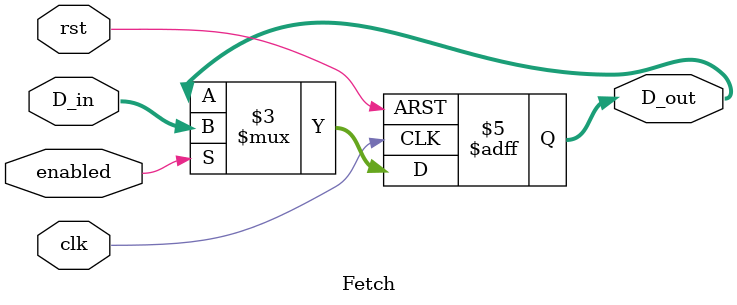
<source format=v>
module Fetch (input clk,enabled,rst, input [7:0]D_in, output [7:0]D_out); 

  wire clk,enabled,rst; 
  wire [7:0]D_in;
  reg [7:0]D_out=0;

  always @ (posedge clk or posedge rst)
    begin
      if(rst) 
        begin           
          D_out <= 0;
        end
      else if (enabled) 
        begin    
          D_out <= D_in;
        end
    end

endmodule
</source>
